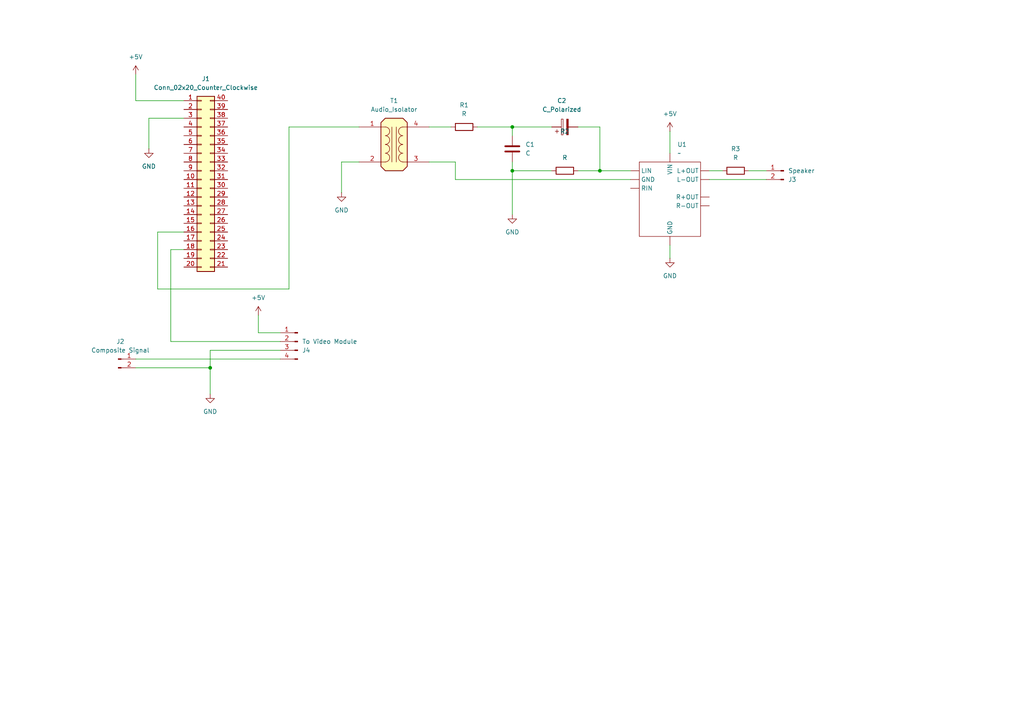
<source format=kicad_sch>
(kicad_sch (version 20250114) (generator "eeschema") (generator_version "9.0")
  (paper "A4")
  (lib_symbols
    (symbol "Connector:Conn_01x02_Pin" (pin_names (offset 1.016) (hide yes))
      (property "Reference" "J" (at 0 2.54 0))
      (property "Value" "Conn_01x02_Pin" (at 0 -5.08 0))
      (symbol "Conn_01x02_Pin_1_1"
        (rectangle (start 0.8636 0.127) (end 0 -0.127) (stroke (width 0.1524)) (fill (type outline)))
        (rectangle (start 0.8636 -2.413) (end 0 -2.667) (stroke (width 0.1524)) (fill (type outline)))
        (polyline (pts (xy 1.27 0) (xy 0.8636 0)) (stroke (width 0.1524)))
        (polyline (pts (xy 1.27 -2.54) (xy 0.8636 -2.54)) (stroke (width 0.1524)))
        (pin passive line (at 5.08 0 180) (length 3.81) (name "Pin_1") (number "1"))
        (pin passive line (at 5.08 -2.54 180) (length 3.81) (name "Pin_2") (number "2"))
      )
    )
    (symbol "Connector:Conn_01x04_Pin" (pin_names (offset 1.016) (hide yes))
      (property "Reference" "J" (at 0 5.08 0))
      (property "Value" "Conn_01x04_Pin" (at 0 -7.62 0))
      (symbol "Conn_01x04_Pin_1_1"
        (rectangle (start 0.8636 2.667) (end 0 2.413) (stroke (width 0.1524)) (fill (type outline)))
        (rectangle (start 0.8636 0.127) (end 0 -0.127) (stroke (width 0.1524)) (fill (type outline)))
        (rectangle (start 0.8636 -2.413) (end 0 -2.667) (stroke (width 0.1524)) (fill (type outline)))
        (rectangle (start 0.8636 -4.953) (end 0 -5.207) (stroke (width 0.1524)) (fill (type outline)))
        (polyline (pts (xy 1.27 2.54) (xy 0.8636 2.54)) (stroke (width 0.1524)))
        (polyline (pts (xy 1.27 0) (xy 0.8636 0)) (stroke (width 0.1524)))
        (polyline (pts (xy 1.27 -2.54) (xy 0.8636 -2.54)) (stroke (width 0.1524)))
        (polyline (pts (xy 1.27 -5.08) (xy 0.8636 -5.08)) (stroke (width 0.1524)))
        (pin passive line (at 5.08 2.54 180) (length 3.81) (name "Pin_1") (number "1"))
        (pin passive line (at 5.08 0 180) (length 3.81) (name "Pin_2") (number "2"))
        (pin passive line (at 5.08 -2.54 180) (length 3.81) (name "Pin_3") (number "3"))
        (pin passive line (at 5.08 -5.08 180) (length 3.81) (name "Pin_4") (number "4"))
      )
    )
    (symbol "Connector_Generic:Conn_02x20_Counter_Clockwise" (pin_names (offset 1.016) (hide yes))
      (property "Reference" "J" (at 1.27 25.4 0))
      (property "Value" "Conn_02x20_Counter_Clockwise" (at 1.27 -27.94 0))
      (symbol "Conn_02x20_Counter_Clockwise_1_1"
        (rectangle (start -1.27 24.13) (end 3.81 -26.67) (stroke (width 0.254)) (fill (type background)))
        (rectangle (start -1.27 22.987) (end 0 22.733) (stroke (width 0.1524)))
        (rectangle (start -1.27 20.447) (end 0 20.193) (stroke (width 0.1524)))
        (rectangle (start -1.27 17.907) (end 0 17.653) (stroke (width 0.1524)))
        (rectangle (start -1.27 15.367) (end 0 15.113) (stroke (width 0.1524)))
        (rectangle (start -1.27 12.827) (end 0 12.573) (stroke (width 0.1524)))
        (rectangle (start -1.27 10.287) (end 0 10.033) (stroke (width 0.1524)))
        (rectangle (start -1.27 7.747) (end 0 7.493) (stroke (width 0.1524)))
        (rectangle (start -1.27 5.207) (end 0 4.953) (stroke (width 0.1524)))
        (rectangle (start -1.27 2.667) (end 0 2.413) (stroke (width 0.1524)))
        (rectangle (start -1.27 0.127) (end 0 -0.127) (stroke (width 0.1524)))
        (rectangle (start -1.27 -2.413) (end 0 -2.667) (stroke (width 0.1524)))
        (rectangle (start -1.27 -4.953) (end 0 -5.207) (stroke (width 0.1524)))
        (rectangle (start -1.27 -7.493) (end 0 -7.747) (stroke (width 0.1524)))
        (rectangle (start -1.27 -10.033) (end 0 -10.287) (stroke (width 0.1524)))
        (rectangle (start -1.27 -12.573) (end 0 -12.827) (stroke (width 0.1524)))
        (rectangle (start -1.27 -15.113) (end 0 -15.367) (stroke (width 0.1524)))
        (rectangle (start -1.27 -17.653) (end 0 -17.907) (stroke (width 0.1524)))
        (rectangle (start -1.27 -20.193) (end 0 -20.447) (stroke (width 0.1524)))
        (rectangle (start -1.27 -22.733) (end 0 -22.987) (stroke (width 0.1524)))
        (rectangle (start -1.27 -25.273) (end 0 -25.527) (stroke (width 0.1524)))
        (rectangle (start 3.81 22.987) (end 2.54 22.733) (stroke (width 0.1524)))
        (rectangle (start 3.81 20.447) (end 2.54 20.193) (stroke (width 0.1524)))
        (rectangle (start 3.81 17.907) (end 2.54 17.653) (stroke (width 0.1524)))
        (rectangle (start 3.81 15.367) (end 2.54 15.113) (stroke (width 0.1524)))
        (rectangle (start 3.81 12.827) (end 2.54 12.573) (stroke (width 0.1524)))
        (rectangle (start 3.81 10.287) (end 2.54 10.033) (stroke (width 0.1524)))
        (rectangle (start 3.81 7.747) (end 2.54 7.493) (stroke (width 0.1524)))
        (rectangle (start 3.81 5.207) (end 2.54 4.953) (stroke (width 0.1524)))
        (rectangle (start 3.81 2.667) (end 2.54 2.413) (stroke (width 0.1524)))
        (rectangle (start 3.81 0.127) (end 2.54 -0.127) (stroke (width 0.1524)))
        (rectangle (start 3.81 -2.413) (end 2.54 -2.667) (stroke (width 0.1524)))
        (rectangle (start 3.81 -4.953) (end 2.54 -5.207) (stroke (width 0.1524)))
        (rectangle (start 3.81 -7.493) (end 2.54 -7.747) (stroke (width 0.1524)))
        (rectangle (start 3.81 -10.033) (end 2.54 -10.287) (stroke (width 0.1524)))
        (rectangle (start 3.81 -12.573) (end 2.54 -12.827) (stroke (width 0.1524)))
        (rectangle (start 3.81 -15.113) (end 2.54 -15.367) (stroke (width 0.1524)))
        (rectangle (start 3.81 -17.653) (end 2.54 -17.907) (stroke (width 0.1524)))
        (rectangle (start 3.81 -20.193) (end 2.54 -20.447) (stroke (width 0.1524)))
        (rectangle (start 3.81 -22.733) (end 2.54 -22.987) (stroke (width 0.1524)))
        (rectangle (start 3.81 -25.273) (end 2.54 -25.527) (stroke (width 0.1524)))
        (pin passive line (at -5.08 22.86 0) (length 3.81) (name "Pin_1") (number "1"))
        (pin passive line (at -5.08 20.32 0) (length 3.81) (name "Pin_2") (number "2"))
        (pin passive line (at -5.08 17.78 0) (length 3.81) (name "Pin_3") (number "3"))
        (pin passive line (at -5.08 15.24 0) (length 3.81) (name "Pin_4") (number "4"))
        (pin passive line (at -5.08 12.7 0) (length 3.81) (name "Pin_5") (number "5"))
        (pin passive line (at -5.08 10.16 0) (length 3.81) (name "Pin_6") (number "6"))
        (pin passive line (at -5.08 7.62 0) (length 3.81) (name "Pin_7") (number "7"))
        (pin passive line (at -5.08 5.08 0) (length 3.81) (name "Pin_8") (number "8"))
        (pin passive line (at -5.08 2.54 0) (length 3.81) (name "Pin_9") (number "9"))
        (pin passive line (at -5.08 0 0) (length 3.81) (name "Pin_10") (number "10"))
        (pin passive line (at -5.08 -2.54 0) (length 3.81) (name "Pin_11") (number "11"))
        (pin passive line (at -5.08 -5.08 0) (length 3.81) (name "Pin_12") (number "12"))
        (pin passive line (at -5.08 -7.62 0) (length 3.81) (name "Pin_13") (number "13"))
        (pin passive line (at -5.08 -10.16 0) (length 3.81) (name "Pin_14") (number "14"))
        (pin passive line (at -5.08 -12.7 0) (length 3.81) (name "Pin_15") (number "15"))
        (pin passive line (at -5.08 -15.24 0) (length 3.81) (name "Pin_16") (number "16"))
        (pin passive line (at -5.08 -17.78 0) (length 3.81) (name "Pin_17") (number "17"))
        (pin passive line (at -5.08 -20.32 0) (length 3.81) (name "Pin_18") (number "18"))
        (pin passive line (at -5.08 -22.86 0) (length 3.81) (name "Pin_19") (number "19"))
        (pin passive line (at -5.08 -25.4 0) (length 3.81) (name "Pin_20") (number "20"))
        (pin passive line (at 7.62 22.86 180) (length 3.81) (name "Pin_40") (number "40"))
        (pin passive line (at 7.62 20.32 180) (length 3.81) (name "Pin_39") (number "39"))
        (pin passive line (at 7.62 17.78 180) (length 3.81) (name "Pin_38") (number "38"))
        (pin passive line (at 7.62 15.24 180) (length 3.81) (name "Pin_37") (number "37"))
        (pin passive line (at 7.62 12.7 180) (length 3.81) (name "Pin_36") (number "36"))
        (pin passive line (at 7.62 10.16 180) (length 3.81) (name "Pin_35") (number "35"))
        (pin passive line (at 7.62 7.62 180) (length 3.81) (name "Pin_34") (number "34"))
        (pin passive line (at 7.62 5.08 180) (length 3.81) (name "Pin_33") (number "33"))
        (pin passive line (at 7.62 2.54 180) (length 3.81) (name "Pin_32") (number "32"))
        (pin passive line (at 7.62 0 180) (length 3.81) (name "Pin_31") (number "31"))
        (pin passive line (at 7.62 -2.54 180) (length 3.81) (name "Pin_30") (number "30"))
        (pin passive line (at 7.62 -5.08 180) (length 3.81) (name "Pin_29") (number "29"))
        (pin passive line (at 7.62 -7.62 180) (length 3.81) (name "Pin_28") (number "28"))
        (pin passive line (at 7.62 -10.16 180) (length 3.81) (name "Pin_27") (number "27"))
        (pin passive line (at 7.62 -12.7 180) (length 3.81) (name "Pin_26") (number "26"))
        (pin passive line (at 7.62 -15.24 180) (length 3.81) (name "Pin_25") (number "25"))
        (pin passive line (at 7.62 -17.78 180) (length 3.81) (name "Pin_24") (number "24"))
        (pin passive line (at 7.62 -20.32 180) (length 3.81) (name "Pin_23") (number "23"))
        (pin passive line (at 7.62 -22.86 180) (length 3.81) (name "Pin_22") (number "22"))
        (pin passive line (at 7.62 -25.4 180) (length 3.81) (name "Pin_21") (number "21"))
      )
    )
    (symbol "Device:C" (pin_numbers (hide yes)) (pin_names (offset 0.254))
      (property "Reference" "C" (at 0.635 2.54 0))
      (property "Value" "C" (at 0.635 -2.54 0))
      (symbol "C_0_1"
        (polyline (pts (xy -2.032 0.762) (xy 2.032 0.762)) (stroke (width 0.508)))
        (polyline (pts (xy -2.032 -0.762) (xy 2.032 -0.762)) (stroke (width 0.508)))
      )
      (symbol "C_1_1"
        (pin passive line (at 0 3.81 270) (length 2.794) (name "~") (number "1"))
        (pin passive line (at 0 -3.81 90) (length 2.794) (name "~") (number "2"))
      )
    )
    (symbol "Device:C_Polarized" (pin_numbers (hide yes)) (pin_names (offset 0.254))
      (property "Reference" "C" (at 0.635 2.54 0))
      (property "Value" "C_Polarized" (at 0.635 -2.54 0))
      (symbol "C_Polarized_0_1"
        (rectangle (start -2.286 0.508) (end 2.286 1.016))
        (polyline (pts (xy -1.778 2.286) (xy -0.762 2.286)))
        (polyline (pts (xy -1.27 2.794) (xy -1.27 1.778)))
        (rectangle (start 2.286 -0.508) (end -2.286 -1.016) (fill (type outline)))
      )
      (symbol "C_Polarized_1_1"
        (pin passive line (at 0 3.81 270) (length 2.794) (name "~") (number "1"))
        (pin passive line (at 0 -3.81 90) (length 2.794) (name "~") (number "2"))
      )
    )
    (symbol "Device:R" (pin_numbers (hide yes)) (pin_names (offset 0))
      (property "Reference" "R" (at 2.032 0 90))
      (property "Value" "R" (at 0 0 90))
      (symbol "R_0_1"
        (rectangle (start -1.016 -2.54) (end 1.016 2.54) (stroke (width 0.254)))
      )
      (symbol "R_1_1"
        (pin passive line (at 0 3.81 270) (length 1.27) (name "~") (number "1"))
        (pin passive line (at 0 -3.81 90) (length 1.27) (name "~") (number "2"))
      )
    )
    (symbol "JailLab:Audio_Isolator" (pin_names (offset 1.016) (hide yes))
      (property "Reference" "T" (at 0 11.684 0))
      (property "Value" "Audio_Isolator" (at 0.254 9.398 0))
      (symbol "Audio_Isolator_0_1"
        (polyline (pts (xy -3.81 6.35) (xy -2.54 7.62) (xy 2.54 7.62) (xy 3.81 6.35) (xy 3.81 -6.35) (xy 2.54 -7.62) (xy -2.54 -7.62) (xy -3.81 -6.35) (xy -3.81 6.35)) (stroke (width 0.254)) (fill (type background)))
        (arc (start -1.27 3.81) (mid -1.656 2.9336) (end -2.54 2.5654))
        (arc (start -1.27 1.27) (mid -1.656 0.3936) (end -2.54 0.0254))
        (arc (start -1.27 -1.27) (mid -1.656 -2.1464) (end -2.54 -2.5146))
        (arc (start -1.27 -3.81) (mid -1.656 -4.6864) (end -2.54 -5.0546))
        (arc (start -2.54 5.08) (mid -1.642 4.708) (end -1.27 3.81))
        (arc (start -2.54 2.54) (mid -1.642 2.168) (end -1.27 1.27))
        (arc (start -2.54 0) (mid -1.642 -0.372) (end -1.27 -1.27))
        (arc (start -2.54 -2.54) (mid -1.642 -2.912) (end -1.27 -3.81))
        (polyline (pts (xy -0.635 5.08) (xy -0.635 -5.08)))
        (polyline (pts (xy 0.635 -5.08) (xy 0.635 5.08)))
        (arc (start 1.2954 3.81) (mid 1.6457 4.7117) (end 2.54 5.08))
        (arc (start 1.2954 1.27) (mid 1.6457 2.1717) (end 2.54 2.54))
        (arc (start 1.2954 -1.27) (mid 1.6457 -0.3683) (end 2.54 0))
        (arc (start 2.54 2.5654) (mid 1.6599 2.9299) (end 1.2954 3.81))
        (arc (start 2.54 0.0254) (mid 1.6599 0.3899) (end 1.2954 1.27))
        (arc (start 2.54 -2.5146) (mid 1.6599 -2.1501) (end 1.2954 -1.27))
        (arc (start 1.3208 -3.81) (mid 1.6711 -2.9085) (end 2.5654 -2.54))
        (arc (start 2.5654 -5.0546) (mid 1.6851 -4.6902) (end 1.3208 -3.81))
      )
      (symbol "Audio_Isolator_1_1"
        (pin passive line (at -10.16 5.08 0) (length 7.62) (name "AA") (number "1"))
        (pin passive line (at -10.16 -5.08 0) (length 7.62) (name "AB") (number "2"))
        (pin passive line (at 10.16 5.08 180) (length 7.62) (name "SB") (number "4"))
        (pin passive line (at 10.16 -5.08 180) (length 7.62) (name "SA") (number "3"))
      )
    )
    (symbol "JailLab:PAM8403_Module"
      (property "Reference" "U" (at 7.366 10.414 0))
      (symbol "PAM8403_Module_0_1"
        (rectangle (start -6.35 8.89) (end 11.43 -12.7))
      )
      (symbol "PAM8403_Module_1_1"
        (pin input line (at -8.89 6.35 0) (length 2.54) (name "LIN") (number ""))
        (pin input line (at -8.89 3.81 0) (length 2.54) (name "GND") (number ""))
        (pin input line (at -8.89 1.27 0) (length 2.54) (name "RIN") (number ""))
        (pin input line (at 2.54 11.43 270) (length 2.54) (name "VIN") (number ""))
        (pin input line (at 2.54 -15.24 90) (length 2.54) (name "GND") (number ""))
        (pin output line (at 13.97 6.35 180) (length 2.54) (name "L+OUT") (number ""))
        (pin output line (at 13.97 3.81 180) (length 2.54) (name "L-OUT") (number ""))
        (pin output line (at 13.97 -1.27 180) (length 2.54) (name "R+OUT") (number ""))
        (pin output line (at 13.97 -3.81 180) (length 2.54) (name "R-OUT") (number ""))
      )
    )
    (symbol "power:+5V" (power) (pin_numbers (hide yes)) (pin_names (offset 0) (hide yes))
      (property "Value" "+5V" (at 0 3.556 0))
      (symbol "+5V_0_1"
        (polyline (pts (xy -0.762 1.27) (xy 0 2.54)))
        (polyline (pts (xy 0 2.54) (xy 0.762 1.27)))
        (polyline (pts (xy 0 0) (xy 0 2.54)))
      )
      (symbol "+5V_1_1"
        (pin power_in line (at 0 0 90) (length 0) (name "~") (number "1"))
      )
    )
    (symbol "power:GND" (power) (pin_numbers (hide yes)) (pin_names (offset 0) (hide yes))
      (property "Value" "GND" (at 0 -3.81 0))
      (symbol "GND_0_1"
        (polyline (pts (xy 0 0) (xy 0 -1.27) (xy 1.27 -1.27) (xy 0 -2.54) (xy -1.27 -1.27) (xy 0 -1.27)))
      )
      (symbol "GND_1_1"
        (pin power_in line (at 0 0 270) (length 0) (name "~") (number "1"))
      )
    )
  )
  (junction (at 60.96 106.68))
  (junction (at 148.59 49.53))
  (junction (at 148.59 36.83))
  (junction (at 173.99 49.53))
  (wire (pts (xy 83.82 36.83) (xy 104.14 36.83)))
  (wire (pts (xy 167.64 36.83) (xy 173.99 36.83)))
  (wire (pts (xy 167.64 49.53) (xy 173.99 49.53)))
  (wire (pts (xy 39.37 104.14) (xy 81.28 104.14)))
  (wire (pts (xy 99.06 55.88) (xy 99.06 46.99)))
  (wire (pts (xy 132.08 52.07) (xy 132.08 46.99)))
  (wire (pts (xy 45.72 83.82) (xy 83.82 83.82)))
  (wire (pts (xy 160.02 36.83) (xy 148.59 36.83)))
  (wire (pts (xy 148.59 36.83) (xy 148.59 39.37)))
  (wire (pts (xy 49.53 72.39) (xy 53.34 72.39)))
  (wire (pts (xy 74.93 91.44) (xy 74.93 96.52)))
  (wire (pts (xy 45.72 67.31) (xy 45.72 83.82)))
  (wire (pts (xy 182.88 52.07) (xy 132.08 52.07)))
  (wire (pts (xy 53.34 67.31) (xy 45.72 67.31)))
  (wire (pts (xy 173.99 49.53) (xy 182.88 49.53)))
  (wire (pts (xy 81.28 99.06) (xy 49.53 99.06)))
  (wire (pts (xy 83.82 83.82) (xy 83.82 36.83)))
  (wire (pts (xy 173.99 36.83) (xy 173.99 49.53)))
  (wire (pts (xy 60.96 101.6) (xy 60.96 106.68)))
  (wire (pts (xy 132.08 46.99) (xy 124.46 46.99)))
  (wire (pts (xy 138.43 36.83) (xy 148.59 36.83)))
  (wire (pts (xy 39.37 21.59) (xy 39.37 29.21)))
  (wire (pts (xy 194.31 38.1) (xy 194.31 44.45)))
  (wire (pts (xy 205.74 49.53) (xy 209.55 49.53)))
  (wire (pts (xy 49.53 99.06) (xy 49.53 72.39)))
  (wire (pts (xy 217.17 49.53) (xy 222.25 49.53)))
  (wire (pts (xy 194.31 71.12) (xy 194.31 74.93)))
  (wire (pts (xy 39.37 106.68) (xy 60.96 106.68)))
  (wire (pts (xy 148.59 49.53) (xy 160.02 49.53)))
  (wire (pts (xy 39.37 29.21) (xy 53.34 29.21)))
  (wire (pts (xy 99.06 46.99) (xy 104.14 46.99)))
  (wire (pts (xy 74.93 96.52) (xy 81.28 96.52)))
  (wire (pts (xy 43.18 34.29) (xy 53.34 34.29)))
  (wire (pts (xy 60.96 106.68) (xy 60.96 114.3)))
  (wire (pts (xy 43.18 43.18) (xy 43.18 34.29)))
  (wire (pts (xy 148.59 46.99) (xy 148.59 49.53)))
  (wire (pts (xy 148.59 49.53) (xy 148.59 62.23)))
  (wire (pts (xy 205.74 52.07) (xy 222.25 52.07)))
  (wire (pts (xy 124.46 36.83) (xy 130.81 36.83)))
  (wire (pts (xy 81.28 101.6) (xy 60.96 101.6)))
  (symbol (lib_id "power:+5V") (at 39.37 21.59 0) (unit 1)
    (property "Reference" "#PWR05" (effects (hide yes)))
    (property "Value" "+5V" (at 39.37 16.51 0))
    (property "Description" "Power symbol creates a global label with name \"+5V\"" (effects (hide yes)))
  )
  (symbol (lib_id "power:GND") (at 99.06 55.88 0) (unit 1)
    (property "Reference" "#PWR04" (effects (hide yes)))
    (property "Value" "GND" (at 99.06 60.96 0))
    (property "Description" "Power symbol creates a global label with name \"GND\" , ground" (effects (hide yes)))
  )
  (symbol (lib_id "power:+5V") (at 194.31 38.1 0) (unit 1)
    (property "Reference" "#PWR01" (effects (hide yes)))
    (property "Value" "+5V" (at 194.31 33.02 0))
    (property "Description" "Power symbol creates a global label with name \"+5V\"" (effects (hide yes)))
  )
  (symbol (lib_id "power:+5V") (at 74.93 91.44 0) (unit 1)
    (property "Reference" "#PWR08" (effects (hide yes)))
    (property "Value" "+5V" (at 74.93 86.36 0))
    (property "Description" "Power symbol creates a global label with name \"+5V\"" (effects (hide yes)))
  )
  (symbol (lib_id "power:GND") (at 194.31 74.93 0) (unit 1)
    (property "Reference" "#PWR02" (effects (hide yes)))
    (property "Value" "GND" (at 194.31 80.01 0))
    (property "Description" "Power symbol creates a global label with name \"GND\" , ground" (effects (hide yes)))
  )
  (symbol (lib_id "Connector:Conn_01x02_Pin") (at 227.33 49.53 0) (mirror y) (unit 1)
    (property "Reference" "J3" (at 228.6 52.0701 0) (effects (justify right)))
    (property "Value" "Speaker" (at 228.6 49.5301 0) (effects (justify right)))
    (property "Footprint" "Connector_PinHeader_2.54mm:PinHeader_1x02_P2.54mm_Vertical" (effects (hide yes)))
    (property "Description" "Generic connector, single row, 01x02, script generated" (effects (hide yes)))
  )
  (symbol (lib_id "power:GND") (at 60.96 114.3 0) (unit 1)
    (property "Reference" "#PWR07" (effects (hide yes)))
    (property "Value" "GND" (at 60.96 119.38 0))
    (property "Description" "Power symbol creates a global label with name \"GND\" , ground" (effects (hide yes)))
  )
  (symbol (lib_id "power:GND") (at 148.59 62.23 0) (unit 1)
    (property "Reference" "#PWR03" (effects (hide yes)))
    (property "Value" "GND" (at 148.59 67.31 0))
    (property "Description" "Power symbol creates a global label with name \"GND\" , ground" (effects (hide yes)))
  )
  (symbol (lib_id "Connector_Generic:Conn_02x20_Counter_Clockwise") (at 58.42 52.07 0) (unit 1)
    (property "Reference" "J1" (at 59.69 22.86 0))
    (property "Value" "Conn_02x20_Counter_Clockwise" (at 59.69 25.4 0))
    (property "Footprint" "Connector_PinHeader_2.54mm:PinHeader_2x20_P2.54mm_Vertical" (effects (hide yes)))
    (property "Description" "Generic connector, double row, 02x20, counter clockwise pin numbering scheme (similar to DIP package numbering), script generated (kicad-library-utils/schlib/autogen/connector/)" (effects (hide yes)))
  )
  (symbol (lib_id "Device:R") (at 213.36 49.53 90) (unit 1)
    (property "Reference" "R3" (at 213.36 43.18 90))
    (property "Value" "R" (at 213.36 45.72 90))
    (property "Description" "Resistor" (effects (hide yes)))
  )
  (symbol (lib_id "Device:R") (at 134.62 36.83 90) (unit 1)
    (property "Reference" "R1" (at 134.62 30.48 90))
    (property "Value" "R" (at 134.62 33.02 90))
    (property "Footprint" "Resistor_THT:R_Axial_DIN0204_L3.6mm_D1.6mm_P7.62mm_Horizontal" (effects (hide yes)))
    (property "Description" "Resistor" (effects (hide yes)))
  )
  (symbol (lib_id "Device:C_Polarized") (at 163.83 36.83 90) (unit 1)
    (property "Reference" "C2" (at 162.941 29.21 90))
    (property "Value" "C_Polarized" (at 162.941 31.75 90))
    (property "Footprint" "Capacitor_THT:CP_Radial_D5.0mm_P2.50mm" (effects (hide yes)))
    (property "Description" "Polarized capacitor" (effects (hide yes)))
  )
  (symbol (lib_id "Connector:Conn_01x04_Pin") (at 86.36 99.06 0) (mirror y) (unit 1)
    (property "Reference" "J4" (at 87.63 101.6001 0) (effects (justify right)))
    (property "Value" "To Video Module" (at 87.63 99.0601 0) (effects (justify right)))
    (property "Footprint" "Connector_PinHeader_2.54mm:PinHeader_1x04_P2.54mm_Vertical" (effects (hide yes)))
    (property "Description" "Generic connector, single row, 01x04, script generated" (effects (hide yes)))
  )
  (symbol (lib_id "JailLab:PAM8403_Module") (at 191.77 55.88 0) (unit 1)
    (property "Reference" "U1" (at 196.4533 41.91 0) (effects (justify left)))
    (property "Value" "~" (at 196.4533 44.45 0) (effects (justify left)))
    (property "Footprint" "JailLab:PAM8403 Module" (effects (hide yes)))
  )
  (symbol (lib_id "Device:C") (at 148.59 43.18 0) (unit 1)
    (property "Reference" "C1" (at 152.4 41.9099 0) (effects (justify left)))
    (property "Value" "C" (at 152.4 44.4499 0) (effects (justify left)))
    (property "Footprint" "Capacitor_THT:C_Disc_D3.0mm_W1.6mm_P2.50mm" (effects (hide yes)))
    (property "Description" "Unpolarized capacitor" (effects (hide yes)))
  )
  (symbol (lib_id "power:GND") (at 43.18 43.18 0) (unit 1)
    (property "Reference" "#PWR06" (effects (hide yes)))
    (property "Value" "GND" (at 43.18 48.26 0))
    (property "Description" "Power symbol creates a global label with name \"GND\" , ground" (effects (hide yes)))
  )
  (symbol (lib_id "JailLab:Audio_Isolator") (at 114.3 41.91 0) (unit 1)
    (property "Reference" "T1" (at 114.3 29.21 0))
    (property "Value" "Audio_Isolator" (at 114.3 31.75 0))
    (property "Footprint" "JailLab:Audio Isolator" (effects (hide yes)))
    (property "Description" "Audio transformer" (effects (hide yes)))
  )
  (symbol (lib_id "Connector:Conn_01x02_Pin") (at 34.29 104.14 0) (unit 1)
    (property "Reference" "J2" (at 34.925 99.06 0))
    (property "Value" "Composite Signal" (at 34.925 101.6 0))
    (property "Footprint" "Connector_PinHeader_2.54mm:PinHeader_1x02_P2.54mm_Vertical" (effects (hide yes)))
    (property "Description" "Generic connector, single row, 01x02, script generated" (effects (hide yes)))
  )
  (symbol (lib_id "Device:R") (at 163.83 49.53 90) (unit 1)
    (property "Reference" "R2" (at 163.83 38.1 90))
    (property "Value" "R" (at 163.83 45.72 90))
    (property "Description" "Resistor" (effects (hide yes)))
  )
)
</source>
